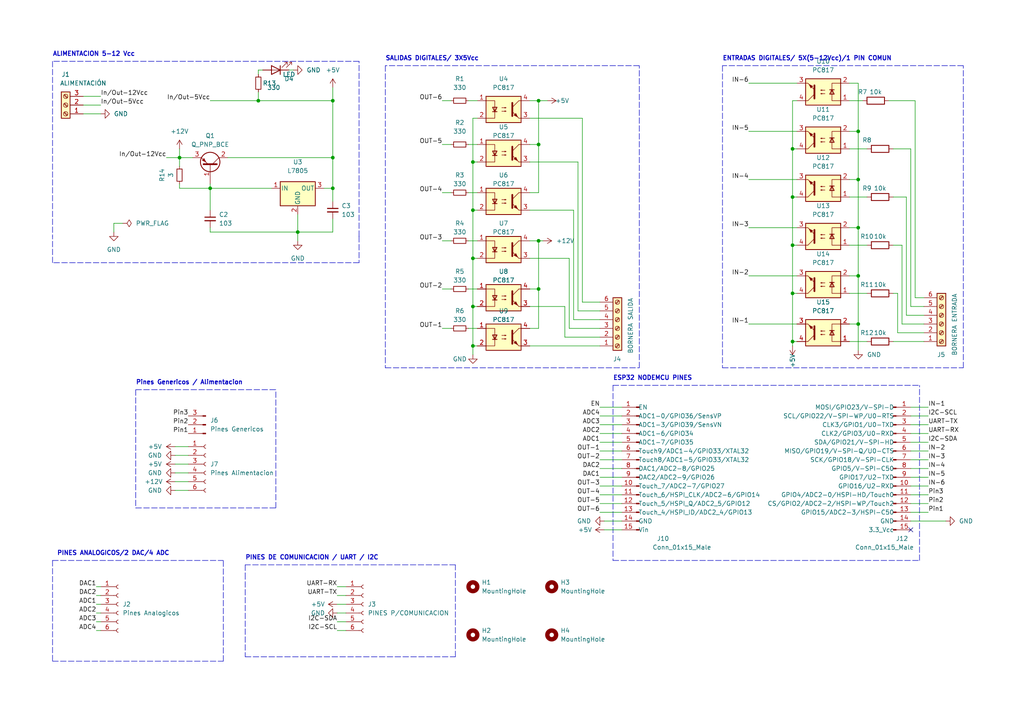
<source format=kicad_sch>
(kicad_sch (version 20231120) (generator "eeschema") (generator_version "8.0")
  (paper "A4")
  (lib_symbols
    (symbol "Conn_01x15_Male_1" (pin_names (offset 1.016))
      (property "Reference" "J1" (at -5.08 -20.32 0))
      (property "Value" "Conn_01x15_Male" (at -3.81 -22.86 0))
      (symbol "Conn_01x15_Male_1_1_1"
        (pin passive line (at 5.08 17.78 180) (length 3.81) (name "EN") (number "1"))
        (pin passive line (at 5.08 -5.08 180) (length 3.81) (name "Touch_7/ADC2-7/GPIO27") (number "10"))
        (pin passive line (at 5.08 -7.62 180) (length 3.81) (name "Touch_6/HSPI_CLK/ADC2-6/GPIO14") (number "11"))
        (pin passive line (at 5.08 -10.16 180) (length 3.81) (name "Touch_5/HSPI_Q/ADC2_5/GPIO12") (number "12"))
        (pin passive line (at 5.08 -12.7 180) (length 3.81) (name "Touch_4/HSPI_ID/ADC2_4/GPIO13") (number "13"))
        (pin passive line (at 5.08 -15.24 180) (length 3.81) (name "GND") (number "14"))
        (pin passive line (at 5.08 -17.78 180) (length 3.81) (name "Vin") (number "15"))
        (pin passive line (at 5.08 15.24 180) (length 3.81) (name "ADC1-0/GPIO36/SensVP") (number "2"))
        (pin passive line (at 5.08 12.7 180) (length 3.81) (name "ADC1-3/GPIO39/SensVN") (number "3"))
        (pin passive line (at 5.08 10.16 180) (length 3.81) (name "ADC1-6/GPIO34") (number "4"))
        (pin passive line (at 5.08 7.62 180) (length 3.81) (name "ADC1-7/GPIO35") (number "5"))
        (pin passive line (at 5.08 5.08 180) (length 3.81) (name "Touch9/ADC1-4/GPIO33/XTAL32") (number "6"))
        (pin passive line (at 5.08 2.54 180) (length 3.81) (name "Touch8/ADC1-5/GPIO33/XTAL32") (number "7"))
        (pin passive line (at 5.08 0 180) (length 3.81) (name "DAC1/ADC2-8/GPIO25") (number "8"))
        (pin passive line (at 5.08 -2.54 180) (length 3.81) (name "DAC2/ADC2-9/GPIO26") (number "9"))
      )
    )
    (symbol "Connector:Conn_01x03_Male" (pin_names (offset 1.016) hide)
      (property "Reference" "J" (at 0 5.08 0))
      (property "Value" "Conn_01x03_Male" (at 0 -5.08 0))
      (symbol "Conn_01x03_Male_1_1"
        (pin passive line (at 5.08 2.54 180) (length 3.81) (name "Pin_1") (number "1"))
        (pin passive line (at 5.08 0 180) (length 3.81) (name "Pin_2") (number "2"))
        (pin passive line (at 5.08 -2.54 180) (length 3.81) (name "Pin_3") (number "3"))
      )
    )
    (symbol "Connector:Conn_01x06_Female" (pin_names (offset 1.016) hide)
      (property "Reference" "J" (at 0 7.62 0))
      (property "Value" "Conn_01x06_Female" (at 0 -10.16 0))
      (symbol "Conn_01x06_Female_1_1"
        (pin passive line (at -5.08 5.08 0) (length 3.81) (name "Pin_1") (number "1"))
        (pin passive line (at -5.08 2.54 0) (length 3.81) (name "Pin_2") (number "2"))
        (pin passive line (at -5.08 0 0) (length 3.81) (name "Pin_3") (number "3"))
        (pin passive line (at -5.08 -2.54 0) (length 3.81) (name "Pin_4") (number "4"))
        (pin passive line (at -5.08 -5.08 0) (length 3.81) (name "Pin_5") (number "5"))
        (pin passive line (at -5.08 -7.62 0) (length 3.81) (name "Pin_6") (number "6"))
      )
    )
    (symbol "Connector:Conn_01x15_Male" (pin_names (offset 1.016))
      (property "Reference" "J2" (at 7.62 22.86 0))
      (property "Value" "Conn_01x15_Male" (at 7.62 20.32 0))
      (symbol "Conn_01x15_Male_1_1"
        (pin passive line (at 5.08 17.78 180) (length 3.81) (name "MOSI/GPIO23/V-SPI-D") (number "1"))
        (pin passive line (at 5.08 -5.08 180) (length 3.81) (name "GPIO16/U2-RXD") (number "10"))
        (pin passive line (at 5.08 -7.62 180) (length 3.81) (name "GPIO4/ADC2-0/HSPI-HD/Touch0") (number "11"))
        (pin passive line (at 5.08 -10.16 180) (length 3.81) (name "CS/GPIO2/ADC2-2/HSPI-WP/Touch2") (number "12"))
        (pin passive line (at 5.08 -12.7 180) (length 3.81) (name "GPIO15/ADC2-3/HSPI-C50") (number "13"))
        (pin passive line (at 5.08 -15.24 180) (length 3.81) (name "GND") (number "14"))
        (pin passive line (at 5.08 -17.78 180) (length 3.81) (name "3.3_Vcc") (number "15"))
        (pin passive line (at 5.08 15.24 180) (length 3.81) (name "SCL/GPIO22/V-SPI-WP/U0-RTS") (number "2"))
        (pin passive line (at 5.08 12.7 180) (length 3.81) (name "CLK3/GPIO1/U0-TXD") (number "3"))
        (pin passive line (at 5.08 10.16 180) (length 3.81) (name "CLK2/GPIO3/U0-RXD") (number "4"))
        (pin passive line (at 5.08 7.62 180) (length 3.81) (name "SDA/GPIO21/V-SPI-HD") (number "5"))
        (pin passive line (at 5.08 5.08 180) (length 3.81) (name "MISO/GPIO19/V-SPI-Q/U0-CTS") (number "6"))
        (pin passive line (at 5.08 2.54 180) (length 3.81) (name "SCK/GPIO18/V-SPI-CLK") (number "7"))
        (pin passive line (at 5.08 0 180) (length 3.81) (name "GPIO5/V-SPI-C50") (number "8"))
        (pin passive line (at 5.08 -2.54 180) (length 3.81) (name "GPIO17/U2-TXD") (number "9"))
      )
    )
    (symbol "Connector:Screw_Terminal_01x03" (pin_names (offset 1.016) hide)
      (property "Reference" "J" (at 0 5.08 0))
      (property "Value" "Screw_Terminal_01x03" (at 0 -5.08 0))
      (symbol "Screw_Terminal_01x03_1_1"
        (pin passive line (at -5.08 2.54 0) (length 3.81) (name "Pin_1") (number "1"))
        (pin passive line (at -5.08 0 0) (length 3.81) (name "Pin_2") (number "2"))
        (pin passive line (at -5.08 -2.54 0) (length 3.81) (name "Pin_3") (number "3"))
      )
    )
    (symbol "Connector:Screw_Terminal_01x06" (pin_names (offset 1.016) hide)
      (property "Reference" "J" (at 0 7.62 0))
      (property "Value" "Screw_Terminal_01x06" (at 0 -10.16 0))
      (symbol "Screw_Terminal_01x06_1_1"
        (pin passive line (at -5.08 5.08 0) (length 3.81) (name "Pin_1") (number "1"))
        (pin passive line (at -5.08 2.54 0) (length 3.81) (name "Pin_2") (number "2"))
        (pin passive line (at -5.08 0 0) (length 3.81) (name "Pin_3") (number "3"))
        (pin passive line (at -5.08 -2.54 0) (length 3.81) (name "Pin_4") (number "4"))
        (pin passive line (at -5.08 -5.08 0) (length 3.81) (name "Pin_5") (number "5"))
        (pin passive line (at -5.08 -7.62 0) (length 3.81) (name "Pin_6") (number "6"))
      )
    )
    (symbol "Device:C_Small" (pin_numbers hide) (pin_names (offset 0.254) hide)
      (property "Reference" "C" (at 0.254 1.778 0))
      (property "Value" "C_Small" (at 0.254 -2.032 0))
      (symbol "C_Small_1_1"
        (pin passive line (at 0 2.54 270) (length 2.032) (name "~") (number "1"))
        (pin passive line (at 0 -2.54 90) (length 2.032) (name "~") (number "2"))
      )
    )
    (symbol "Device:LED" (pin_numbers hide) (pin_names (offset 1.016) hide)
      (property "Reference" "D" (at 0 2.54 0))
      (property "Value" "LED" (at 0 -2.54 0))
      (symbol "LED_1_1"
        (pin passive line (at -3.81 0 0) (length 2.54) (name "K") (number "1"))
        (pin passive line (at 3.81 0 180) (length 2.54) (name "A") (number "2"))
      )
    )
    (symbol "Device:Q_PNP_BCE" (pin_names (offset 0) hide)
      (property "Reference" "Q" (at 5.08 1.27 0))
      (property "Value" "Q_PNP_BCE" (at 5.08 -1.27 0))
      (symbol "Q_PNP_BCE_1_1"
        (pin input line (at -5.08 0 0) (length 5.715) (name "B") (number "1"))
        (pin passive line (at 2.54 5.08 270) (length 2.54) (name "C") (number "2"))
        (pin passive line (at 2.54 -5.08 90) (length 2.54) (name "E") (number "3"))
      )
    )
    (symbol "Device:R" (pin_numbers hide) (pin_names (offset 0))
      (property "Reference" "R" (at 2.032 0 90))
      (property "Value" "R" (at 0 0 90))
      (symbol "R_1_1"
        (pin passive line (at 0 3.81 270) (length 1.27) (name "~") (number "1"))
        (pin passive line (at 0 -3.81 90) (length 1.27) (name "~") (number "2"))
      )
    )
    (symbol "Device:R_Small" (pin_numbers hide) (pin_names (offset 0.254) hide)
      (property "Reference" "R" (at 0.762 0.508 0))
      (property "Value" "R_Small" (at 0.762 -1.016 0))
      (symbol "R_Small_1_1"
        (pin passive line (at 0 2.54 270) (length 0.762) (name "~") (number "1"))
        (pin passive line (at 0 -2.54 90) (length 0.762) (name "~") (number "2"))
      )
    )
    (symbol "Isolator:PC817" (pin_names (offset 1.016))
      (property "Reference" "U" (at -5.08 5.08 0))
      (property "Value" "PC817" (at 0 5.08 0))
      (symbol "PC817_1_1"
        (pin passive line (at -7.62 2.54 0) (length 2.54) (name "~") (number "1"))
        (pin passive line (at -7.62 -2.54 0) (length 2.54) (name "~") (number "2"))
        (pin passive line (at 7.62 -2.54 180) (length 2.54) (name "~") (number "3"))
        (pin passive line (at 7.62 2.54 180) (length 2.54) (name "~") (number "4"))
      )
    )
    (symbol "Mechanical:MountingHole" (pin_names (offset 1.016))
      (property "Reference" "H" (at 0 5.08 0))
      (property "Value" "MountingHole" (at 0 3.175 0))
    )
    (symbol "Regulator_Linear:L7805" (pin_names (offset 0.254))
      (property "Reference" "U" (at -3.81 3.175 0))
      (property "Value" "L7805" (at 0 3.175 0))
      (symbol "L7805_1_1"
        (pin power_in line (at -7.62 0 0) (length 2.54) (name "IN") (number "1"))
        (pin power_in line (at 0 -7.62 90) (length 2.54) (name "GND") (number "2"))
        (pin power_out line (at 7.62 0 180) (length 2.54) (name "OUT") (number "3"))
      )
    )
    (symbol "power:+12V" (power) (pin_names (offset 0))
      (property "Value" "+12V" (at 0 3.556 0))
      (symbol "+12V_1_1"
        (pin power_in line (at 0 0 90) (length 0) hide (name "+12V") (number "1"))
      )
    )
    (symbol "power:+5V" (power) (pin_names (offset 0))
      (property "Value" "+5V" (at 0 3.556 0))
      (symbol "+5V_1_1"
        (pin power_in line (at 0 0 90) (length 0) hide (name "+5V") (number "1"))
      )
    )
    (symbol "power:GND" (power) (pin_names (offset 0))
      (property "Value" "GND" (at 0 -3.81 0))
      (symbol "GND_1_1"
        (pin power_in line (at 0 0 270) (length 0) hide (name "GND") (number "1"))
      )
    )
    (symbol "power:PWR_FLAG" (power) (pin_numbers hide) (pin_names (offset 0) hide)
      (property "Value" "PWR_FLAG" (at 0 3.81 0))
      (symbol "PWR_FLAG_0_0"
        (pin power_out line (at 0 0 90) (length 0) (name "pwr") (number "1"))
      )
    )
  )
  (junction (at 96.52 45.72))
  (junction (at 156.21 41.91))
  (junction (at 229.87 71.12))
  (junction (at 229.87 85.09))
  (junction (at 248.92 80.01))
  (junction (at 156.21 83.82))
  (junction (at 137.16 88.9))
  (junction (at 137.16 100.33))
  (junction (at 156.21 69.85))
  (junction (at 248.92 66.04))
  (junction (at 156.21 29.21))
  (junction (at 248.92 93.98))
  (junction (at 137.16 46.99))
  (junction (at 86.36 67.31))
  (junction (at 96.52 29.21))
  (junction (at 248.92 52.07))
  (junction (at 229.87 99.06))
  (junction (at 60.96 54.61))
  (junction (at 96.52 54.61))
  (junction (at 229.87 43.18))
  (junction (at 229.87 57.15))
  (junction (at 248.92 38.1))
  (junction (at 137.16 60.96))
  (junction (at 52.07 45.72))
  (junction (at 74.93 29.21))
  (junction (at 137.16 74.93))
  (no_connect (at 264.16 153.67))
  (wire (pts (xy 264.16 140.97) (xy 269.24 140.97)))
  (wire (pts (xy 60.96 66.04) (xy 60.96 67.31)))
  (wire (pts (xy 264.16 138.43) (xy 269.24 138.43)))
  (wire (pts (xy 262.89 91.44) (xy 267.97 91.44)))
  (wire (pts (xy 156.21 83.82) (xy 156.21 95.25)))
  (wire (pts (xy 128.27 95.25) (xy 130.81 95.25)))
  (wire (pts (xy 217.17 66.04) (xy 231.14 66.04)))
  (wire (pts (xy 229.87 29.21) (xy 229.87 43.18)))
  (wire (pts (xy 269.24 143.51) (xy 264.16 143.51)))
  (wire (pts (xy 173.99 123.19) (xy 180.34 123.19)))
  (wire (pts (xy 260.35 85.09) (xy 259.08 85.09)))
  (wire (pts (xy 156.21 29.21) (xy 158.75 29.21)))
  (polyline (pts (xy 104.14 68.58) (xy 104.14 17.78)) (stroke (width 0) (type dash)))
  (polyline (pts (xy 185.42 106.68) (xy 185.42 19.05)) (stroke (width 0) (type dash)))
  (wire (pts (xy 128.27 41.91) (xy 130.81 41.91)))
  (wire (pts (xy 264.16 118.11) (xy 269.24 118.11)))
  (wire (pts (xy 217.17 52.07) (xy 231.14 52.07)))
  (wire (pts (xy 52.07 45.72) (xy 55.88 45.72)))
  (wire (pts (xy 163.83 97.79) (xy 163.83 88.9)))
  (polyline (pts (xy 104.14 76.2) (xy 15.24 76.2)) (stroke (width 0) (type dash)))
  (wire (pts (xy 229.87 71.12) (xy 231.14 71.12)))
  (wire (pts (xy 50.8 134.62) (xy 54.61 134.62)))
  (polyline (pts (xy 132.08 190.5) (xy 132.08 163.83)) (stroke (width 0) (type dash)))
  (polyline (pts (xy 111.76 19.05) (xy 111.76 106.68)) (stroke (width 0) (type dash)))
  (wire (pts (xy 24.13 30.48) (xy 29.21 30.48)))
  (wire (pts (xy 246.38 80.01) (xy 248.92 80.01)))
  (wire (pts (xy 264.16 88.9) (xy 264.16 43.18)))
  (wire (pts (xy 265.43 86.36) (xy 267.97 86.36)))
  (wire (pts (xy 60.96 54.61) (xy 78.74 54.61)))
  (polyline (pts (xy 177.8 162.56) (xy 266.7 162.56)) (stroke (width 0) (type dash)))
  (polyline (pts (xy 39.37 147.32) (xy 80.01 147.32)) (stroke (width 0) (type dash)))
  (wire (pts (xy 27.94 177.8) (xy 29.21 177.8)))
  (wire (pts (xy 50.8 132.08) (xy 54.61 132.08)))
  (wire (pts (xy 217.17 38.1) (xy 231.14 38.1)))
  (polyline (pts (xy 279.4 106.68) (xy 279.4 19.05)) (stroke (width 0) (type dash)))
  (polyline (pts (xy 71.12 166.37) (xy 71.12 190.5)) (stroke (width 0) (type dash)))
  (polyline (pts (xy 266.7 162.56) (xy 266.7 111.76)) (stroke (width 0) (type dash)))
  (polyline (pts (xy 80.01 147.32) (xy 80.01 113.03)) (stroke (width 0) (type dash)))
  (wire (pts (xy 261.62 71.12) (xy 259.08 71.12)))
  (wire (pts (xy 97.79 172.72) (xy 100.33 172.72)))
  (wire (pts (xy 52.07 43.18) (xy 52.07 45.72)))
  (wire (pts (xy 137.16 88.9) (xy 137.16 100.33)))
  (wire (pts (xy 96.52 29.21) (xy 96.52 45.72)))
  (wire (pts (xy 153.67 29.21) (xy 156.21 29.21)))
  (wire (pts (xy 261.62 93.98) (xy 267.97 93.98)))
  (wire (pts (xy 259.08 99.06) (xy 267.97 99.06)))
  (polyline (pts (xy 71.12 163.83) (xy 71.12 166.37)) (stroke (width 0) (type dash)))
  (wire (pts (xy 261.62 93.98) (xy 261.62 71.12)))
  (wire (pts (xy 50.8 137.16) (xy 54.61 137.16)))
  (polyline (pts (xy 64.77 191.77) (xy 64.77 162.56)) (stroke (width 0) (type dash)))
  (wire (pts (xy 246.38 71.12) (xy 251.46 71.12)))
  (wire (pts (xy 153.67 74.93) (xy 165.1 74.93)))
  (wire (pts (xy 74.93 29.21) (xy 96.52 29.21)))
  (wire (pts (xy 100.33 177.8) (xy 97.79 177.8)))
  (wire (pts (xy 128.27 29.21) (xy 130.81 29.21)))
  (wire (pts (xy 264.16 130.81) (xy 269.24 130.81)))
  (wire (pts (xy 24.13 33.02) (xy 29.21 33.02)))
  (wire (pts (xy 246.38 29.21) (xy 250.19 29.21)))
  (wire (pts (xy 246.38 66.04) (xy 248.92 66.04)))
  (polyline (pts (xy 111.76 106.68) (xy 185.42 106.68)) (stroke (width 0) (type dash)))
  (wire (pts (xy 217.17 80.01) (xy 231.14 80.01)))
  (polyline (pts (xy 15.24 162.56) (xy 64.77 162.56)) (stroke (width 0) (type dash)))
  (wire (pts (xy 167.64 46.99) (xy 153.67 46.99)))
  (wire (pts (xy 264.16 146.05) (xy 269.24 146.05)))
  (wire (pts (xy 137.16 46.99) (xy 137.16 60.96)))
  (wire (pts (xy 231.14 29.21) (xy 229.87 29.21)))
  (wire (pts (xy 166.37 60.96) (xy 166.37 92.71)))
  (wire (pts (xy 153.67 60.96) (xy 166.37 60.96)))
  (wire (pts (xy 27.94 172.72) (xy 29.21 172.72)))
  (wire (pts (xy 173.99 138.43) (xy 180.34 138.43)))
  (wire (pts (xy 173.99 133.35) (xy 180.34 133.35)))
  (wire (pts (xy 246.38 52.07) (xy 248.92 52.07)))
  (wire (pts (xy 229.87 71.12) (xy 229.87 85.09)))
  (wire (pts (xy 246.38 38.1) (xy 248.92 38.1)))
  (wire (pts (xy 33.02 64.77) (xy 33.02 67.31)))
  (wire (pts (xy 175.26 153.67) (xy 180.34 153.67)))
  (polyline (pts (xy 209.55 19.05) (xy 209.55 106.68)) (stroke (width 0) (type dash)))
  (wire (pts (xy 173.99 120.65) (xy 180.34 120.65)))
  (wire (pts (xy 246.38 57.15) (xy 251.46 57.15)))
  (wire (pts (xy 175.26 151.13) (xy 180.34 151.13)))
  (wire (pts (xy 156.21 69.85) (xy 156.21 83.82)))
  (wire (pts (xy 248.92 24.13) (xy 248.92 38.1)))
  (wire (pts (xy 229.87 57.15) (xy 231.14 57.15)))
  (wire (pts (xy 217.17 24.13) (xy 231.14 24.13)))
  (wire (pts (xy 264.16 120.65) (xy 269.24 120.65)))
  (wire (pts (xy 248.92 93.98) (xy 248.92 101.6)))
  (wire (pts (xy 173.99 148.59) (xy 180.34 148.59)))
  (wire (pts (xy 153.67 88.9) (xy 163.83 88.9)))
  (wire (pts (xy 153.67 83.82) (xy 156.21 83.82)))
  (wire (pts (xy 27.94 182.88) (xy 29.21 182.88)))
  (wire (pts (xy 260.35 96.52) (xy 267.97 96.52)))
  (wire (pts (xy 248.92 80.01) (xy 248.92 93.98)))
  (wire (pts (xy 27.94 170.18) (xy 29.21 170.18)))
  (wire (pts (xy 76.2 20.32) (xy 74.93 20.32)))
  (polyline (pts (xy 15.24 162.56) (xy 15.24 191.77)) (stroke (width 0) (type dash)))
  (wire (pts (xy 128.27 55.88) (xy 130.81 55.88)))
  (wire (pts (xy 248.92 52.07) (xy 248.92 66.04)))
  (polyline (pts (xy 104.14 68.58) (xy 104.14 76.2)) (stroke (width 0) (type dash)))
  (wire (pts (xy 128.27 83.82) (xy 130.81 83.82)))
  (wire (pts (xy 264.16 125.73) (xy 269.24 125.73)))
  (wire (pts (xy 128.27 69.85) (xy 130.81 69.85)))
  (wire (pts (xy 229.87 99.06) (xy 229.87 100.33)))
  (wire (pts (xy 156.21 29.21) (xy 156.21 41.91)))
  (polyline (pts (xy 104.14 17.78) (xy 15.24 17.78)) (stroke (width 0) (type dash)))
  (polyline (pts (xy 177.8 111.76) (xy 177.8 162.56)) (stroke (width 0) (type dash)))
  (polyline (pts (xy 39.37 113.03) (xy 39.37 147.32)) (stroke (width 0) (type dash)))
  (wire (pts (xy 165.1 95.25) (xy 173.99 95.25)))
  (wire (pts (xy 83.82 20.32) (xy 85.09 20.32)))
  (wire (pts (xy 35.56 64.77) (xy 33.02 64.77)))
  (wire (pts (xy 50.8 142.24) (xy 54.61 142.24)))
  (wire (pts (xy 167.64 90.17) (xy 167.64 46.99)))
  (wire (pts (xy 138.43 46.99) (xy 137.16 46.99)))
  (wire (pts (xy 229.87 43.18) (xy 231.14 43.18)))
  (wire (pts (xy 246.38 24.13) (xy 248.92 24.13)))
  (wire (pts (xy 246.38 85.09) (xy 251.46 85.09)))
  (wire (pts (xy 229.87 85.09) (xy 231.14 85.09)))
  (wire (pts (xy 86.36 62.23) (xy 86.36 67.31)))
  (wire (pts (xy 137.16 60.96) (xy 137.16 74.93)))
  (wire (pts (xy 153.67 55.88) (xy 156.21 55.88)))
  (wire (pts (xy 167.64 90.17) (xy 173.99 90.17)))
  (wire (pts (xy 96.52 54.61) (xy 96.52 58.42)))
  (polyline (pts (xy 15.24 17.78) (xy 15.24 68.58)) (stroke (width 0) (type dash)))
  (wire (pts (xy 264.16 88.9) (xy 267.97 88.9)))
  (wire (pts (xy 60.96 53.34) (xy 60.96 54.61)))
  (wire (pts (xy 248.92 66.04) (xy 248.92 80.01)))
  (wire (pts (xy 24.13 27.94) (xy 29.21 27.94)))
  (wire (pts (xy 74.93 20.32) (xy 74.93 21.59)))
  (polyline (pts (xy 279.4 19.05) (xy 209.55 19.05)) (stroke (width 0) (type dash)))
  (wire (pts (xy 173.99 135.89) (xy 180.34 135.89)))
  (wire (pts (xy 153.67 95.25) (xy 156.21 95.25)))
  (wire (pts (xy 135.89 55.88) (xy 138.43 55.88)))
  (wire (pts (xy 264.16 135.89) (xy 269.24 135.89)))
  (polyline (pts (xy 185.42 19.05) (xy 111.76 19.05)) (stroke (width 0) (type dash)))
  (wire (pts (xy 52.07 54.61) (xy 60.96 54.61)))
  (wire (pts (xy 52.07 53.34) (xy 52.07 54.61)))
  (wire (pts (xy 265.43 86.36) (xy 265.43 29.21)))
  (wire (pts (xy 248.92 38.1) (xy 248.92 52.07)))
  (wire (pts (xy 60.96 67.31) (xy 86.36 67.31)))
  (wire (pts (xy 163.83 97.79) (xy 173.99 97.79)))
  (wire (pts (xy 86.36 67.31) (xy 96.52 67.31)))
  (wire (pts (xy 97.79 180.34) (xy 100.33 180.34)))
  (wire (pts (xy 137.16 100.33) (xy 137.16 102.87)))
  (wire (pts (xy 135.89 83.82) (xy 138.43 83.82)))
  (wire (pts (xy 173.99 146.05) (xy 180.34 146.05)))
  (polyline (pts (xy 15.24 76.2) (xy 15.24 68.58)) (stroke (width 0) (type dash)))
  (wire (pts (xy 96.52 25.4) (xy 96.52 29.21)))
  (wire (pts (xy 137.16 60.96) (xy 138.43 60.96)))
  (wire (pts (xy 27.94 175.26) (xy 29.21 175.26)))
  (wire (pts (xy 262.89 57.15) (xy 259.08 57.15)))
  (wire (pts (xy 153.67 34.29) (xy 168.91 34.29)))
  (wire (pts (xy 153.67 41.91) (xy 156.21 41.91)))
  (wire (pts (xy 137.16 100.33) (xy 138.43 100.33)))
  (wire (pts (xy 52.07 45.72) (xy 52.07 48.26)))
  (wire (pts (xy 153.67 69.85) (xy 156.21 69.85)))
  (wire (pts (xy 137.16 74.93) (xy 138.43 74.93)))
  (wire (pts (xy 97.79 182.88) (xy 100.33 182.88)))
  (wire (pts (xy 262.89 91.44) (xy 262.89 57.15)))
  (wire (pts (xy 246.38 93.98) (xy 248.92 93.98)))
  (polyline (pts (xy 15.24 191.77) (xy 64.77 191.77)) (stroke (width 0) (type dash)))
  (wire (pts (xy 260.35 96.52) (xy 260.35 85.09)))
  (wire (pts (xy 217.17 93.98) (xy 231.14 93.98)))
  (wire (pts (xy 264.16 133.35) (xy 269.24 133.35)))
  (wire (pts (xy 86.36 67.31) (xy 86.36 69.85)))
  (wire (pts (xy 50.8 139.7) (xy 54.61 139.7)))
  (wire (pts (xy 264.16 43.18) (xy 259.08 43.18)))
  (wire (pts (xy 246.38 43.18) (xy 251.46 43.18)))
  (wire (pts (xy 165.1 95.25) (xy 165.1 74.93)))
  (wire (pts (xy 229.87 57.15) (xy 229.87 71.12)))
  (wire (pts (xy 166.37 92.71) (xy 173.99 92.71)))
  (polyline (pts (xy 177.8 111.76) (xy 266.7 111.76)) (stroke (width 0) (type dash)))
  (polyline (pts (xy 39.37 113.03) (xy 80.01 113.03)) (stroke (width 0) (type dash)))
  (wire (pts (xy 137.16 34.29) (xy 137.16 46.99)))
  (wire (pts (xy 27.94 180.34) (xy 29.21 180.34)))
  (wire (pts (xy 173.99 130.81) (xy 180.34 130.81)))
  (wire (pts (xy 173.99 140.97) (xy 180.34 140.97)))
  (wire (pts (xy 173.99 143.51) (xy 180.34 143.51)))
  (wire (pts (xy 264.16 123.19) (xy 269.24 123.19)))
  (wire (pts (xy 135.89 41.91) (xy 138.43 41.91)))
  (wire (pts (xy 264.16 151.13) (xy 274.32 151.13)))
  (wire (pts (xy 173.99 128.27) (xy 180.34 128.27)))
  (wire (pts (xy 135.89 29.21) (xy 138.43 29.21)))
  (wire (pts (xy 97.79 170.18) (xy 100.33 170.18)))
  (wire (pts (xy 96.52 45.72) (xy 96.52 54.61)))
  (wire (pts (xy 50.8 129.54) (xy 54.61 129.54)))
  (polyline (pts (xy 209.55 106.68) (xy 279.4 106.68)) (stroke (width 0) (type dash)))
  (polyline (pts (xy 132.08 163.83) (xy 71.12 163.83)) (stroke (width 0) (type dash)))
  (wire (pts (xy 74.93 26.67) (xy 74.93 29.21)))
  (wire (pts (xy 168.91 87.63) (xy 173.99 87.63)))
  (wire (pts (xy 156.21 41.91) (xy 156.21 55.88)))
  (wire (pts (xy 137.16 74.93) (xy 137.16 88.9)))
  (wire (pts (xy 156.21 69.85) (xy 157.48 69.85)))
  (wire (pts (xy 66.04 45.72) (xy 96.52 45.72)))
  (polyline (pts (xy 71.12 190.5) (xy 132.08 190.5)) (stroke (width 0) (type dash)))
  (wire (pts (xy 100.33 175.26) (xy 97.79 175.26)))
  (wire (pts (xy 229.87 99.06) (xy 231.14 99.06)))
  (wire (pts (xy 96.52 63.5) (xy 96.52 67.31)))
  (wire (pts (xy 269.24 148.59) (xy 264.16 148.59)))
  (wire (pts (xy 137.16 88.9) (xy 138.43 88.9)))
  (wire (pts (xy 153.67 100.33) (xy 173.99 100.33)))
  (wire (pts (xy 135.89 95.25) (xy 138.43 95.25)))
  (wire (pts (xy 173.99 118.11) (xy 180.34 118.11)))
  (wire (pts (xy 60.96 54.61) (xy 60.96 60.96)))
  (wire (pts (xy 168.91 34.29) (xy 168.91 87.63)))
  (wire (pts (xy 265.43 29.21) (xy 257.81 29.21)))
  (wire (pts (xy 264.16 128.27) (xy 269.24 128.27)))
  (wire (pts (xy 138.43 34.29) (xy 137.16 34.29)))
  (wire (pts (xy 246.38 99.06) (xy 251.46 99.06)))
  (wire (pts (xy 60.96 29.21) (xy 74.93 29.21)))
  (wire (pts (xy 93.98 54.61) (xy 96.52 54.61)))
  (wire (pts (xy 229.87 85.09) (xy 229.87 99.06)))
  (wire (pts (xy 229.87 43.18) (xy 229.87 57.15)))
  (wire (pts (xy 173.99 125.73) (xy 180.34 125.73)))
  (wire (pts (xy 135.89 69.85) (xy 138.43 69.85)))
  (wire (pts (xy 48.26 45.72) (xy 52.07 45.72)))
  (text "PINES DE COMUNICACION / UART / I2C" (at 71.12 162.56 0) (effects (font (size 1.27 1.27) (thickness 0.254) (bold yes)) (justify left bottom)))
  (text "SALIDAS DIGITALES/ 3X5Vcc" (at 111.76 17.78 0) (effects (font (size 1.27 1.27) (thickness 0.254) (bold yes)) (justify left bottom)))
  (text "ALIMENTACION 5-12 Vcc" (at 15.24 16.51 0) (effects (font (size 1.27 1.27) (bold yes)) (justify left bottom)))
  (text "ENTRADAS DIGITALES/ 5X(5-12Vcc)/1 PIN COMUN" (at 209.55 17.78 0) (effects (font (size 1.27 1.27) (thickness 0.254) (bold yes)) (justify left bottom)))
  (text "PINES ANALOGICOS/2 DAC/4 ADC" (at 16.51 161.29 0) (effects (font (size 1.27 1.27) (bold yes)) (justify left bottom)))
  (text "ESP32 NODEMCU PINES" (at 177.8 110.49 0) (effects (font (size 1.27 1.27) (thickness 0.254) (bold yes)) (justify left bottom)))
  (text "Pines Genericos / Alimentacion" (at 39.37 111.76 0) (effects (font (size 1.27 1.27) (thickness 0.254) (bold yes)) (justify left bottom)))
  (label "Pin1" (at 54.61 125.73 180))
  (label "ADC1" (at 173.99 128.27 180))
  (label "In{slash}Out-12Vcc" (at 29.21 27.94 0))
  (label "Pin3" (at 269.24 143.51 0))
  (label "ADC4" (at 27.94 182.88 180))
  (label "Pin1" (at 269.24 148.59 0))
  (label "ADC2" (at 27.94 177.8 180))
  (label "OUT-4" (at 128.27 55.88 180))
  (label "OUT-1" (at 173.99 130.81 180))
  (label "IN-1" (at 269.24 118.11 0))
  (label "IN-3" (at 269.24 133.35 0))
  (label "Pin3" (at 54.61 120.65 180))
  (label "OUT-6" (at 128.27 29.21 180))
  (label "OUT-5" (at 128.27 41.91 180))
  (label "OUT-4" (at 173.99 143.51 180))
  (label "In{slash}Out-5Vcc" (at 29.21 30.48 0))
  (label "DAC1" (at 173.99 138.43 180))
  (label "UART-TX" (at 269.24 123.19 0))
  (label "DAC1" (at 27.94 170.18 180))
  (label "IN-6" (at 269.24 140.97 0))
  (label "ADC2" (at 173.99 125.73 180))
  (label "In{slash}Out-5Vcc" (at 60.96 29.21 180))
  (label "I2C-SDA" (at 97.79 180.34 180))
  (label "OUT-6" (at 173.99 148.59 180))
  (label "OUT-1" (at 128.27 95.25 180))
  (label "IN-3" (at 217.17 66.04 180))
  (label "IN-5" (at 269.24 138.43 0))
  (label "I2C-SCL" (at 97.79 182.88 180))
  (label "OUT-3" (at 173.99 140.97 180))
  (label "IN-4" (at 269.24 135.89 0))
  (label "I2C-SCL" (at 269.24 120.65 0))
  (label "ADC4" (at 173.99 120.65 180))
  (label "ADC3" (at 173.99 123.19 180))
  (label "ADC3" (at 27.94 180.34 180))
  (label "OUT-3" (at 128.27 69.85 180))
  (label "IN-6" (at 217.17 24.13 180))
  (label "DAC2" (at 27.94 172.72 180))
  (label "EN" (at 173.99 118.11 180))
  (label "ADC1" (at 27.94 175.26 180))
  (label "IN-2" (at 217.17 80.01 180))
  (label "IN-1" (at 217.17 93.98 180))
  (label "IN-5" (at 217.17 38.1 180))
  (label "IN-4" (at 217.17 52.07 180))
  (label "I2C-SDA" (at 269.24 128.27 0))
  (label "In{slash}Out-12Vcc" (at 48.26 45.72 180))
  (label "UART-RX" (at 97.79 170.18 180))
  (label "OUT-2" (at 173.99 133.35 180))
  (label "OUT-2" (at 128.27 83.82 180))
  (label "IN-2" (at 269.24 130.81 0))
  (label "Pin2" (at 269.24 146.05 0))
  (label "Pin2" (at 54.61 123.19 180))
  (label "OUT-5" (at 173.99 146.05 180))
  (label "DAC2" (at 173.99 135.89 180))
  (label "UART-TX" (at 97.79 172.72 180))
  (label "UART-RX" (at 269.24 125.73 0))
  (symbol (lib_id "Connector:Screw_Terminal_01x03") (at 19.05 30.48 180) (unit 1)
    (property "Reference" "J1" (at 19.05 21.59 0))
    (property "Value" "ALIMENTACIÓN" (at 24.13 24.13 0))
    (property "Footprint" "TerminalBlock_Phoenix:TerminalBlock_Phoenix_MKDS-3-3-5.08_1x03_P5.08mm_Horizontal" (effects (hide yes)))
  )
  (symbol (lib_id "power:GND") (at 86.36 69.85 0) (unit 1)
    (property "Reference" "#PWR013" (effects (hide yes)))
    (property "Value" "GND" (at 86.36 74.93 0))
  )
  (symbol (lib_id "power:+5V") (at 175.26 153.67 90) (unit 1)
    (property "Reference" "#PWR031" (effects (hide yes)))
    (property "Value" "+5V" (at 167.64 153.67 90) (effects (justify right)))
  )
  (symbol (lib_id "Device:R_Small") (at 133.35 69.85 90) (unit 1)
    (property "Reference" "R4" (at 133.35 64.77 90))
    (property "Value" "330" (at 133.35 67.31 90))
    (property "Footprint" "Resistor_THT:R_Axial_DIN0207_L6.3mm_D2.5mm_P7.62mm_Horizontal" (effects (hide yes)))
  )
  (symbol (lib_id "Device:LED") (at 80.01 20.32 180) (unit 1)
    (property "Reference" "D4" (at 83.82 22.86 0))
    (property "Value" "LED" (at 83.82 21.59 0))
    (property "Footprint" "LED_THT:LED_D4.0mm" (effects (hide yes)))
  )
  (symbol (lib_id "Device:C_Small") (at 96.52 60.96 0) (unit 1)
    (property "Reference" "C3" (at 99.06 59.6962 0) (effects (justify left)))
    (property "Value" "103" (at 99.06 62.2362 0) (effects (justify left)))
    (property "Footprint" "Capacitor_THT:C_Disc_D4.3mm_W1.9mm_P5.00mm" (effects (hide yes)))
  )
  (symbol (lib_id "Connector:Conn_01x06_Female") (at 105.41 175.26 0) (unit 1)
    (property "Reference" "J3" (at 106.68 175.2599 0) (effects (justify left)))
    (property "Value" "PINES P{slash}COMUNICACION" (at 106.68 177.7999 0) (effects (justify left)))
    (property "Footprint" "Connector_PinSocket_2.54mm:PinSocket_1x06_P2.54mm_Vertical" (effects (hide yes)))
  )
  (symbol (lib_id "Mechanical:MountingHole") (at 137.16 184.15 0) (unit 1)
    (property "Reference" "H2" (at 139.7 182.8799 0) (effects (justify left)))
    (property "Value" "MountingHole" (at 139.7 185.4199 0) (effects (justify left)))
    (property "Footprint" "MountingHole:MountingHole_2.5mm_Pad" (effects (hide yes)))
  )
  (symbol (lib_id "power:GND") (at 85.09 20.32 90) (unit 1)
    (property "Reference" "#PWR022" (effects (hide yes)))
    (property "Value" "GND" (at 88.9 20.3199 90) (effects (justify right)))
  )
  (symbol (lib_id "Connector:Screw_Terminal_01x06") (at 273.05 93.98 0) (mirror x) (unit 1)
    (property "Reference" "J5" (at 271.78 102.87 0) (effects (justify left)))
    (property "Value" "BORNERA ENTRADA" (at 276.86 85.09 90) (effects (justify left)))
    (property "Footprint" "TerminalBlock_Phoenix:TerminalBlock_Phoenix_MKDS-3-6-5.08_1x06_P5.08mm_Horizontal" (effects (hide yes)))
  )
  (symbol (lib_id "Mechanical:MountingHole") (at 160.02 170.18 0) (unit 1)
    (property "Reference" "H3" (at 162.56 168.9099 0) (effects (justify left)))
    (property "Value" "MountingHole" (at 162.56 171.4499 0) (effects (justify left)))
    (property "Footprint" "MountingHole:MountingHole_2.5mm_Pad" (effects (hide yes)))
  )
  (symbol (lib_id "Device:R_Small") (at 133.35 29.21 90) (unit 1)
    (property "Reference" "R1" (at 133.35 22.86 90))
    (property "Value" "330" (at 133.35 25.4 90))
    (property "Footprint" "Resistor_THT:R_Axial_DIN0207_L6.3mm_D2.5mm_P7.62mm_Horizontal" (effects (hide yes)))
  )
  (symbol (lib_id "Connector:Conn_01x15_Male") (at 259.08 135.89 0) (unit 1)
    (property "Reference" "J12" (at 261.62 156.21 0))
    (property "Value" "Conn_01x15_Male" (at 256.54 158.75 0))
    (property "Footprint" "Connector_PinSocket_2.54mm:PinSocket_1x15_P2.54mm_Vertical" (effects (hide yes)))
  )
  (symbol (lib_id "Device:R") (at 254 29.21 90) (unit 1)
    (property "Reference" "R7" (at 250.19 26.67 90))
    (property "Value" "10k" (at 254 26.67 90))
    (property "Footprint" "Resistor_THT:R_Axial_DIN0207_L6.3mm_D2.5mm_P7.62mm_Horizontal" (effects (hide yes)))
  )
  (symbol (lib_id "Isolator:PC817") (at 238.76 40.64 180) (unit 1)
    (property "Reference" "U11" (at 238.76 31.75 0))
    (property "Value" "PC817" (at 238.76 34.29 0))
    (property "Footprint" "Package_DIP:DIP-4_W7.62mm" (effects (hide yes)))
    (property "Datasheet" "http://www.soselectronic.cz/a_info/resource/d/pc817.pdf" (effects (hide yes)))
  )
  (symbol (lib_id "Isolator:PC817") (at 238.76 68.58 180) (unit 1)
    (property "Reference" "U13" (at 238.76 59.69 0))
    (property "Value" "PC817" (at 238.76 62.23 0))
    (property "Footprint" "Package_DIP:DIP-4_W7.62mm" (effects (hide yes)))
    (property "Datasheet" "http://www.soselectronic.cz/a_info/resource/d/pc817.pdf" (effects (hide yes)))
  )
  (symbol (lib_id "Device:R") (at 255.27 43.18 90) (unit 1)
    (property "Reference" "R8" (at 251.46 40.64 90))
    (property "Value" "10k" (effects (hide yes)))
    (property "Footprint" "Resistor_THT:R_Axial_DIN0207_L6.3mm_D2.5mm_P7.62mm_Horizontal" (effects (hide yes)))
  )
  (symbol (lib_id "Device:R") (at 255.27 99.06 90) (unit 1)
    (property "Reference" "R12" (at 251.46 96.52 90))
    (property "Value" "10k" (at 255.27 96.52 90))
    (property "Footprint" "Resistor_THT:R_Axial_DIN0207_L6.3mm_D2.5mm_P7.62mm_Horizontal" (effects (hide yes)))
  )
  (symbol (lib_id "power:+12V") (at 50.8 139.7 90) (unit 1)
    (property "Reference" "#PWR016" (effects (hide yes)))
    (property "Value" "+12V" (at 41.91 139.7 90) (effects (justify right)))
  )
  (symbol (lib_id "Device:R") (at 255.27 71.12 90) (unit 1)
    (property "Reference" "R10" (at 251.46 68.58 90))
    (property "Value" "10k" (at 255.27 68.58 90))
    (property "Footprint" "Resistor_THT:R_Axial_DIN0207_L6.3mm_D2.5mm_P7.62mm_Horizontal" (effects (hide yes)))
  )
  (symbol (lib_id "Device:R_Small") (at 133.35 41.91 90) (unit 1)
    (property "Reference" "R2" (at 133.35 35.56 90))
    (property "Value" "330" (at 133.35 38.1 90))
    (property "Footprint" "Resistor_THT:R_Axial_DIN0207_L6.3mm_D2.5mm_P7.62mm_Horizontal" (effects (hide yes)))
  )
  (symbol (lib_id "power:GND") (at 248.92 101.6 0) (unit 1)
    (property "Reference" "#PWR021" (effects (hide yes)))
    (property "Value" "GND" (at 251.46 102.8699 0) (effects (justify left)))
  )
  (symbol (lib_id "Isolator:PC817") (at 146.05 97.79 0) (unit 1)
    (property "Reference" "U9" (at 146.05 90.17 0))
    (property "Value" "PC817" (at 146.05 92.71 0))
    (property "Footprint" "Package_DIP:DIP-4_W7.62mm" (effects (hide yes)))
    (property "Datasheet" "http://www.soselectronic.cz/a_info/resource/d/pc817.pdf" (effects (hide yes)))
  )
  (symbol (lib_id "Isolator:PC817") (at 238.76 96.52 180) (unit 1)
    (property "Reference" "U15" (at 238.76 87.63 0))
    (property "Value" "PC817" (at 238.76 90.17 0))
    (property "Footprint" "Package_DIP:DIP-4_W7.62mm" (effects (hide yes)))
    (property "Datasheet" "http://www.soselectronic.cz/a_info/resource/d/pc817.pdf" (effects (hide yes)))
  )
  (symbol (lib_id "Mechanical:MountingHole") (at 137.16 170.18 0) (unit 1)
    (property "Reference" "H1" (at 139.7 168.9099 0) (effects (justify left)))
    (property "Value" "MountingHole" (at 139.7 171.4499 0) (effects (justify left)))
    (property "Footprint" "MountingHole:MountingHole_2.5mm_Pad" (effects (hide yes)))
  )
  (symbol (lib_id "Device:R_Small") (at 133.35 83.82 90) (unit 1)
    (property "Reference" "R5" (at 133.35 78.74 90))
    (property "Value" "330" (at 133.35 81.28 90))
    (property "Footprint" "Resistor_THT:R_Axial_DIN0207_L6.3mm_D2.5mm_P7.62mm_Horizontal" (effects (hide yes)))
  )
  (symbol (lib_id "Device:R_Small") (at 52.07 50.8 180) (unit 1)
    (property "Reference" "R14" (at 46.99 50.8 90))
    (property "Value" "3" (at 49.53 50.8 90))
    (property "Footprint" "Resistor_THT:R_Axial_DIN0207_L6.3mm_D2.5mm_P7.62mm_Horizontal" (effects (hide yes)))
  )
  (symbol (lib_id "Isolator:PC817") (at 146.05 72.39 0) (unit 1)
    (property "Reference" "U7" (at 146.05 64.77 0))
    (property "Value" "PC817" (at 146.05 67.31 0))
    (property "Footprint" "Package_DIP:DIP-4_W7.62mm" (effects (hide yes)))
    (property "Datasheet" "http://www.soselectronic.cz/a_info/resource/d/pc817.pdf" (effects (hide yes)))
  )
  (symbol (lib_id "power:GND") (at 29.21 33.02 90) (unit 1)
    (property "Reference" "#PWR0101" (effects (hide yes)))
    (property "Value" "GND" (at 33.02 33.0199 90) (effects (justify right)))
  )
  (symbol (lib_id "Device:R_Small") (at 133.35 55.88 90) (unit 1)
    (property "Reference" "R3" (at 133.35 50.8 90))
    (property "Value" "330" (at 133.35 53.34 90))
    (property "Footprint" "Resistor_THT:R_Axial_DIN0207_L6.3mm_D2.5mm_P7.62mm_Horizontal" (effects (hide yes)))
  )
  (symbol (lib_id "Regulator_Linear:L7805") (at 86.36 54.61 0) (unit 1)
    (property "Reference" "U3" (at 86.36 46.99 0))
    (property "Value" "L7805" (at 86.36 49.53 0))
    (property "Footprint" "Package_TO_SOT_THT:TO-220-3_Vertical" (effects (hide yes)))
    (property "Datasheet" "http://www.st.com/content/ccc/resource/technical/document/datasheet/41/4f/b3/b0/12/d4/47/88/CD00000444.pdf/files/CD00000444.pdf/jcr:content/translations/en.CD00000444.pdf" (effects (hide yes)))
  )
  (symbol (lib_id "Connector:Screw_Terminal_01x06") (at 179.07 95.25 0) (mirror x) (unit 1)
    (property "Reference" "J4" (at 177.8 104.14 0) (effects (justify left)))
    (property "Value" "BORNERA SALIDA" (at 182.88 86.36 90) (effects (justify left)))
    (property "Footprint" "TerminalBlock_Phoenix:TerminalBlock_Phoenix_MKDS-3-6-5.08_1x06_P5.08mm_Horizontal" (effects (hide yes)))
  )
  (symbol (lib_id "Device:R_Small") (at 74.93 24.13 180) (unit 1)
    (property "Reference" "R13" (at 76.2 24.13 0) (effects (justify right)))
    (property "Value" "330" (at 77.47 25.3999 0) (effects (justify right)))
    (property "Footprint" "Resistor_THT:R_Axial_DIN0207_L6.3mm_D2.5mm_P7.62mm_Horizontal" (effects (hide yes)))
  )
  (symbol (lib_id "power:+12V") (at 157.48 69.85 270) (unit 1)
    (property "Reference" "#PWR018" (effects (hide yes)))
    (property "Value" "+12V" (at 161.29 69.8499 90) (effects (justify left)))
  )
  (symbol (lib_id "Isolator:PC817") (at 146.05 31.75 0) (unit 1)
    (property "Reference" "U4" (at 146.05 22.86 0))
    (property "Value" "PC817" (at 146.05 25.4 0))
    (property "Footprint" "Package_DIP:DIP-4_W7.62mm" (effects (hide yes)))
    (property "Datasheet" "http://www.soselectronic.cz/a_info/resource/d/pc817.pdf" (effects (hide yes)))
  )
  (symbol (lib_id "Isolator:PC817") (at 146.05 44.45 0) (unit 1)
    (property "Reference" "U5" (at 146.05 36.83 0))
    (property "Value" "PC817" (at 146.05 39.37 0))
    (property "Footprint" "Package_DIP:DIP-4_W7.62mm" (effects (hide yes)))
    (property "Datasheet" "http://www.soselectronic.cz/a_info/resource/d/pc817.pdf" (effects (hide yes)))
  )
  (symbol (lib_id "power:GND") (at 33.02 67.31 0) (unit 1)
    (property "Reference" "#PWR04" (effects (hide yes)))
    (property "Value" "GND" (at 33.02 72.39 0))
  )
  (symbol (lib_id "power:GND") (at 50.8 132.08 270) (unit 1)
    (property "Reference" "#PWR015" (effects (hide yes)))
    (property "Value" "GND" (at 46.99 132.0799 90) (effects (justify right)))
  )
  (symbol (lib_id "Connector:Conn_01x06_Female") (at 59.69 134.62 0) (unit 1)
    (property "Reference" "J7" (at 60.96 134.6199 0) (effects (justify left)))
    (property "Value" "Pines Alimentacion" (at 60.96 137.1599 0) (effects (justify left)))
    (property "Footprint" "Connector_PinSocket_2.54mm:PinSocket_1x06_P2.54mm_Vertical" (effects (hide yes)))
  )
  (symbol (lib_id "Connector:Conn_01x06_Female") (at 34.29 175.26 0) (unit 1)
    (property "Reference" "J2" (at 35.56 175.2599 0) (effects (justify left)))
    (property "Value" "Pines Analogicos" (at 35.56 177.7999 0) (effects (justify left)))
    (property "Footprint" "Connector_PinSocket_2.54mm:PinSocket_1x06_P2.54mm_Vertical" (effects (hide yes)))
  )
  (symbol (lib_id "power:+5V") (at 96.52 25.4 0) (unit 1)
    (property "Reference" "#PWR014" (effects (hide yes)))
    (property "Value" "+5V" (at 96.52 20.32 0))
  )
  (symbol (lib_id "Isolator:PC817") (at 238.76 82.55 180) (unit 1)
    (property "Reference" "U14" (at 238.76 73.66 0))
    (property "Value" "PC817" (at 238.76 76.2 0))
    (property "Footprint" "Package_DIP:DIP-4_W7.62mm" (effects (hide yes)))
    (property "Datasheet" "http://www.soselectronic.cz/a_info/resource/d/pc817.pdf" (effects (hide yes)))
  )
  (symbol (lib_id "power:GND") (at 274.32 151.13 90) (unit 1)
    (property "Reference" "#PWR039" (effects (hide yes)))
    (property "Value" "GND" (at 278.13 151.1299 90) (effects (justify right)))
  )
  (symbol (lib_id "Device:R") (at 255.27 85.09 90) (unit 1)
    (property "Reference" "R11" (at 251.46 82.55 90))
    (property "Value" "10k" (at 255.27 82.55 90))
    (property "Footprint" "Resistor_THT:R_Axial_DIN0207_L6.3mm_D2.5mm_P7.62mm_Horizontal" (effects (hide yes)))
  )
  (symbol (lib_id "power:+5V") (at 158.75 29.21 270) (unit 1)
    (property "Reference" "#PWR019" (effects (hide yes)))
    (property "Value" "+5V" (at 165.1 29.21 90) (effects (justify right)))
  )
  (symbol (lib_id "Connector:Conn_01x03_Male") (at 59.69 123.19 180) (unit 1)
    (property "Reference" "J6" (at 60.96 121.9199 0) (effects (justify right)))
    (property "Value" "Pines Genericos" (at 60.96 124.4599 0) (effects (justify right)))
    (property "Footprint" "Connector_PinSocket_2.54mm:PinSocket_1x03_P2.54mm_Vertical" (effects (hide yes)))
  )
  (symbol (lib_id "Device:Q_PNP_BCE") (at 60.96 48.26 270) (mirror x) (unit 1)
    (property "Reference" "Q1" (at 60.96 39.37 90))
    (property "Value" "Q_PNP_BCE" (at 60.96 41.91 90))
    (property "Footprint" "Package_TO_SOT_THT:TO-220-3_Vertical" (effects (hide yes)))
  )
  (symbol (lib_id "power:PWR_FLAG") (at 35.56 64.77 270) (unit 1)
    (property "Reference" "#FLG01" (effects (hide yes)))
    (property "Value" "PWR_FLAG" (at 39.37 64.7699 90) (effects (justify left)))
  )
  (symbol (lib_id "power:GND") (at 50.8 142.24 270) (unit 1)
    (property "Reference" "#PWR023" (effects (hide yes)))
    (property "Value" "GND" (at 46.99 142.2399 90) (effects (justify right)))
  )
  (symbol (lib_id "power:GND") (at 97.79 177.8 270) (unit 1)
    (property "Reference" "#PWR012" (effects (hide yes)))
    (property "Value" "GND" (at 90.17 177.8 90) (effects (justify left)))
  )
  (symbol (lib_id "Isolator:PC817") (at 146.05 58.42 0) (unit 1)
    (property "Reference" "U6" (at 146.05 50.8 0))
    (property "Value" "PC817" (at 146.05 53.34 0))
    (property "Footprint" "Package_DIP:DIP-4_W7.62mm" (effects (hide yes)))
    (property "Datasheet" "http://www.soselectronic.cz/a_info/resource/d/pc817.pdf" (effects (hide yes)))
  )
  (symbol (lib_id "Isolator:PC817") (at 238.76 26.67 180) (unit 1)
    (property "Reference" "U10" (at 238.76 17.78 0))
    (property "Value" "PC817" (at 238.76 20.32 0))
    (property "Footprint" "Package_DIP:DIP-4_W7.62mm" (effects (hide yes)))
    (property "Datasheet" "http://www.soselectronic.cz/a_info/resource/d/pc817.pdf" (effects (hide yes)))
  )
  (symbol (lib_id "power:GND") (at 175.26 151.13 270) (unit 1)
    (property "Reference" "#PWR030" (effects (hide yes)))
    (property "Value" "GND" (at 171.45 151.1299 90) (effects (justify right)))
  )
  (symbol (lib_id "Isolator:PC817") (at 238.76 54.61 180) (unit 1)
    (property "Reference" "U12" (at 238.76 45.72 0))
    (property "Value" "PC817" (at 238.76 48.26 0))
    (property "Footprint" "Package_DIP:DIP-4_W7.62mm" (effects (hide yes)))
    (property "Datasheet" "http://www.soselectronic.cz/a_info/resource/d/pc817.pdf" (effects (hide yes)))
  )
  (symbol (lib_name "Conn_01x15_Male_1") (lib_id "Connector:Conn_01x15_Male") (at 185.42 135.89 0) (mirror y) (unit 1)
    (property "Reference" "J10" (at 190.5 156.21 0) (effects (justify right)))
    (property "Value" "Conn_01x15_Male" (at 189.23 158.75 0) (effects (justify right)))
    (property "Footprint" "Connector_PinSocket_2.54mm:PinSocket_1x15_P2.54mm_Vertical" (effects (hide yes)))
  )
  (symbol (lib_id "Device:R_Small") (at 133.35 95.25 90) (unit 1)
    (property "Reference" "R6" (at 133.35 90.17 90))
    (property "Value" "330" (at 133.35 92.71 90))
    (property "Footprint" "Resistor_THT:R_Axial_DIN0207_L6.3mm_D2.5mm_P7.62mm_Horizontal" (effects (hide yes)))
  )
  (symbol (lib_id "power:+12V") (at 52.07 43.18 0) (unit 1)
    (property "Reference" "#PWR010" (effects (hide yes)))
    (property "Value" "+12V" (at 52.07 38.1 0))
  )
  (symbol (lib_id "power:GND") (at 137.16 102.87 0) (unit 1)
    (property "Reference" "#PWR017" (effects (hide yes)))
    (property "Value" "GND" (at 133.35 104.14 0))
  )
  (symbol (lib_id "power:+5V") (at 229.87 100.33 180) (unit 1)
    (property "Reference" "#PWR020" (effects (hide yes)))
    (property "Value" "+5V" (at 229.87 106.68 90) (effects (justify right)))
  )
  (symbol (lib_id "Device:C_Small") (at 60.96 63.5 0) (unit 1)
    (property "Reference" "C2" (at 63.5 62.2362 0) (effects (justify left)))
    (property "Value" "103" (at 63.5 64.7762 0) (effects (justify left)))
    (property "Footprint" "Capacitor_THT:C_Disc_D4.3mm_W1.9mm_P5.00mm" (effects (hide yes)))
  )
  (symbol (lib_id "Device:R") (at 255.27 57.15 90) (unit 1)
    (property "Reference" "R9" (at 251.46 54.61 90))
    (property "Value" "10k" (at 255.27 54.61 90))
    (property "Footprint" "Resistor_THT:R_Axial_DIN0207_L6.3mm_D2.5mm_P7.62mm_Horizontal" (effects (hide yes)))
  )
  (symbol (lib_id "Isolator:PC817") (at 146.05 86.36 0) (unit 1)
    (property "Reference" "U8" (at 146.05 78.74 0))
    (property "Value" "PC817" (at 146.05 81.28 0))
    (property "Footprint" "Package_DIP:DIP-4_W7.62mm" (effects (hide yes)))
    (property "Datasheet" "http://www.soselectronic.cz/a_info/resource/d/pc817.pdf" (effects (hide yes)))
  )
  (symbol (lib_id "power:+5V") (at 50.8 129.54 90) (unit 1)
    (property "Reference" "#PWR09" (effects (hide yes)))
    (property "Value" "+5V" (at 46.99 129.54 90) (effects (justify left)))
  )
  (symbol (lib_id "power:+5V") (at 97.79 175.26 90) (unit 1)
    (property "Reference" "#PWR011" (effects (hide yes)))
    (property "Value" "+5V" (at 90.17 175.26 90) (effects (justify right)))
  )
  (symbol (lib_id "Mechanical:MountingHole") (at 160.02 184.15 0) (unit 1)
    (property "Reference" "H4" (at 162.56 182.8799 0) (effects (justify left)))
    (property "Value" "MountingHole" (at 162.56 185.4199 0) (effects (justify left)))
    (property "Footprint" "MountingHole:MountingHole_2.5mm_Pad" (effects (hide yes)))
  )
  (symbol (lib_id "power:+5V") (at 50.8 134.62 90) (unit 1)
    (property "Reference" "#PWR01" (effects (hide yes)))
    (property "Value" "+5V" (at 46.99 134.62 90) (effects (justify left)))
  )
  (symbol (lib_id "power:GND") (at 50.8 137.16 270) (unit 1)
    (property "Reference" "#PWR03" (effects (hide yes)))
    (property "Value" "GND" (at 46.99 137.1599 90) (effects (justify right)))
  )
)
</source>
